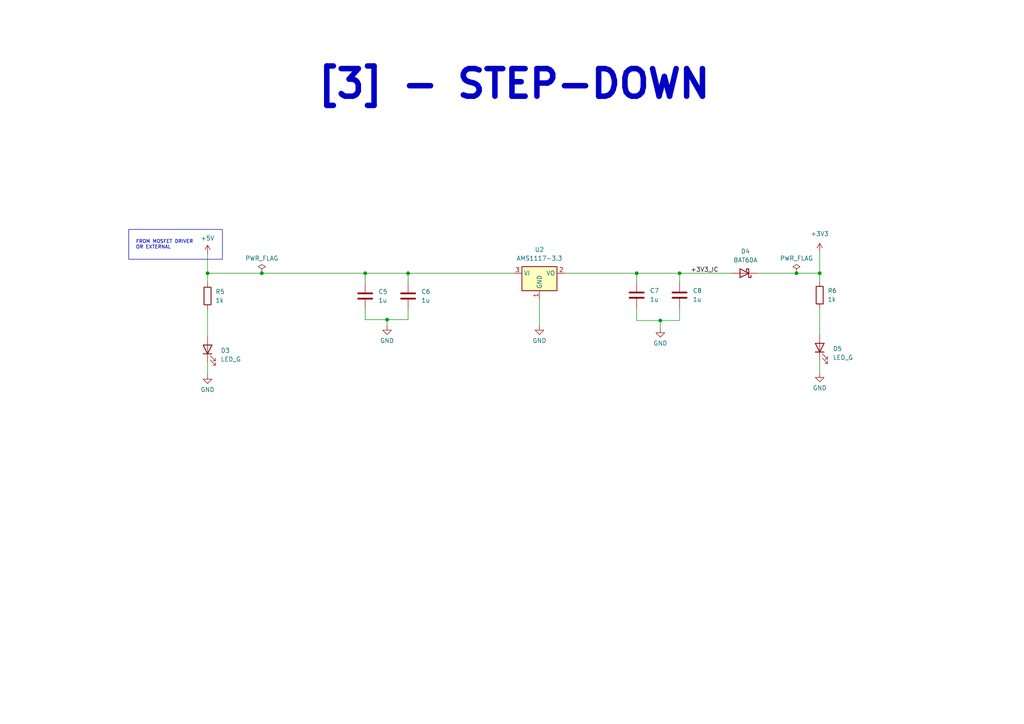
<source format=kicad_sch>
(kicad_sch (version 20230121) (generator eeschema)
  (paper "A4")
  (title_block (title "DF_ESC_rev01_1") (date "2024-01-14") (rev "rev01_1") (company "Ivan Mendez IMA Design") (comment 3 "i.mendezalon@hotmail.com") (comment 4 "Ivan Mendez"))
  (lib_symbols
    (symbol "Device:C" (pin_numbers hide) (pin_names (offset 0.254))
      (property "Reference" "C" (at 0.635 2.54 0))
      (property "Value" "C" (at 0.635 -2.54 0))
      (symbol "C_0_1"
        (polyline (pts (xy -2.032 -0.762) (xy 2.032 -0.762)) (stroke (width 0.508)))
        (polyline (pts (xy -2.032 0.762) (xy 2.032 0.762)) (stroke (width 0.508)))
      )
      (symbol "C_1_1"
        (pin passive line (at 0 3.81 270) (length 2.794) (name "~") (number "1"))
        (pin passive line (at 0 -3.81 90) (length 2.794) (name "~") (number "2"))
      )
    )
    (symbol "Device:LED" (pin_numbers hide) (pin_names (offset 1.016) hide)
      (property "Reference" "D" (at 0 2.54 0))
      (property "Value" "LED" (at 0 -2.54 0))
      (symbol "LED_0_1"
        (polyline (pts (xy -1.27 -1.27) (xy -1.27 1.27)) (stroke (width 0.254)))
        (polyline (pts (xy -1.27 0) (xy 1.27 0)))
        (polyline (pts (xy 1.27 -1.27) (xy 1.27 1.27) (xy -1.27 0) (xy 1.27 -1.27)) (stroke (width 0.254)))
        (polyline (pts (xy -3.048 -0.762) (xy -4.572 -2.286) (xy -3.81 -2.286) (xy -4.572 -2.286) (xy -4.572 -1.524)))
        (polyline (pts (xy -1.778 -0.762) (xy -3.302 -2.286) (xy -2.54 -2.286) (xy -3.302 -2.286) (xy -3.302 -1.524)))
      )
      (symbol "LED_1_1"
        (pin passive line (at -3.81 0 0) (length 2.54) (name "K") (number "1"))
        (pin passive line (at 3.81 0 180) (length 2.54) (name "A") (number "2"))
      )
    )
    (symbol "Device:R" (pin_numbers hide) (pin_names (offset 0))
      (property "Reference" "R" (at 2.032 0 90))
      (property "Value" "R" (at 0 0 90))
      (symbol "R_0_1"
        (rectangle (start -1.016 -2.54) (end 1.016 2.54) (stroke (width 0.254)))
      )
      (symbol "R_1_1"
        (pin passive line (at 0 3.81 270) (length 1.27) (name "~") (number "1"))
        (pin passive line (at 0 -3.81 90) (length 1.27) (name "~") (number "2"))
      )
    )
    (symbol "Diode:BAT60A" (pin_numbers hide) (pin_names (offset 1.016) hide)
      (property "Reference" "D" (at 0 2.54 0))
      (property "Value" "BAT60A" (at 0 -2.54 0))
      (symbol "BAT60A_0_1"
        (polyline (pts (xy 1.27 0) (xy -1.27 0)))
        (polyline (pts (xy 1.27 1.27) (xy 1.27 -1.27) (xy -1.27 0) (xy 1.27 1.27)) (stroke (width 0.254)))
        (polyline (pts (xy -1.905 0.635) (xy -1.905 1.27) (xy -1.27 1.27) (xy -1.27 -1.27) (xy -0.635 -1.27) (xy -0.635 -0.635)) (stroke (width 0.254)))
      )
      (symbol "BAT60A_1_1"
        (pin passive line (at -3.81 0 0) (length 2.54) (name "K") (number "1"))
        (pin passive line (at 3.81 0 180) (length 2.54) (name "A") (number "2"))
      )
    )
    (symbol "Regulator_Linear:AMS1117-3.3"
      (property "Reference" "U" (at -3.81 3.175 0))
      (property "Value" "AMS1117-3.3" (at 0 3.175 0))
      (symbol "AMS1117-3.3_0_1"
        (rectangle (start -5.08 -5.08) (end 5.08 1.905) (stroke (width 0.254)) (fill (type background)))
      )
      (symbol "AMS1117-3.3_1_1"
        (pin power_in line (at 0 -7.62 90) (length 2.54) (name "GND") (number "1"))
        (pin power_out line (at 7.62 0 180) (length 2.54) (name "VO") (number "2"))
        (pin power_in line (at -7.62 0 0) (length 2.54) (name "VI") (number "3"))
      )
    )
    (symbol "power:+3V3" (power) (pin_names (offset 0))
      (property "Value" "+3V3" (at 0 3.556 0))
      (symbol "+3V3_0_1"
        (polyline (pts (xy -0.762 1.27) (xy 0 2.54)))
        (polyline (pts (xy 0 0) (xy 0 2.54)))
        (polyline (pts (xy 0 2.54) (xy 0.762 1.27)))
      )
      (symbol "+3V3_1_1"
        (pin power_in line (at 0 0 90) (length 0) hide (name "+3V3") (number "1"))
      )
    )
    (symbol "power:+5V" (power) (pin_names (offset 0))
      (property "Value" "+5V" (at 0 3.556 0))
      (symbol "+5V_0_1"
        (polyline (pts (xy -0.762 1.27) (xy 0 2.54)))
        (polyline (pts (xy 0 0) (xy 0 2.54)))
        (polyline (pts (xy 0 2.54) (xy 0.762 1.27)))
      )
      (symbol "+5V_1_1"
        (pin power_in line (at 0 0 90) (length 0) hide (name "+5V") (number "1"))
      )
    )
    (symbol "power:GND" (power) (pin_names (offset 0))
      (property "Value" "GND" (at 0 -3.81 0))
      (symbol "GND_0_1"
        (polyline (pts (xy 0 0) (xy 0 -1.27) (xy 1.27 -1.27) (xy 0 -2.54) (xy -1.27 -1.27) (xy 0 -1.27)))
      )
      (symbol "GND_1_1"
        (pin power_in line (at 0 0 270) (length 0) hide (name "GND") (number "1"))
      )
    )
    (symbol "power:PWR_FLAG" (power) (pin_numbers hide) (pin_names (offset 0) hide)
      (property "Value" "PWR_FLAG" (at 0 3.81 0))
      (symbol "PWR_FLAG_0_0"
        (pin power_out line (at 0 0 90) (length 0) (name "pwr") (number "1"))
      )
      (symbol "PWR_FLAG_0_1"
        (polyline (pts (xy 0 0) (xy 0 1.27) (xy -1.016 1.905) (xy 0 2.54) (xy 1.016 1.905) (xy 0 1.27)))
      )
    )
  )
  (junction (at 191.516 92.964))
  (junction (at 184.658 79.248))
  (junction (at 60.198 79.248))
  (junction (at 197.104 79.248))
  (junction (at 231.013 79.248))
  (junction (at 237.744 79.248))
  (junction (at 118.364 79.248))
  (junction (at 112.268 92.71))
  (junction (at 75.946 79.248))
  (junction (at 105.918 79.248))
  (wire (pts (xy 118.364 79.248) (xy 118.364 82.042)))
  (wire (pts (xy 184.658 92.964) (xy 191.516 92.964)))
  (wire (pts (xy 112.268 92.71) (xy 112.268 94.488)))
  (wire (pts (xy 60.198 89.662) (xy 60.198 97.536)))
  (wire (pts (xy 118.364 92.71) (xy 118.364 89.662)))
  (wire (pts (xy 184.658 89.408) (xy 184.658 92.964)))
  (wire (pts (xy 184.658 79.248) (xy 184.658 81.788)))
  (wire (pts (xy 237.744 79.248) (xy 237.744 73.152)))
  (wire (pts (xy 60.198 79.248) (xy 75.946 79.248)))
  (wire (pts (xy 112.268 92.71) (xy 118.364 92.71)))
  (wire (pts (xy 60.198 79.248) (xy 60.198 73.66)))
  (wire (pts (xy 197.104 89.408) (xy 197.104 92.964)))
  (wire (pts (xy 105.918 89.662) (xy 105.918 92.71)))
  (wire (pts (xy 191.516 92.964) (xy 191.516 95.25)))
  (wire (pts (xy 118.364 79.248) (xy 148.844 79.248)))
  (wire (pts (xy 237.744 104.648) (xy 237.744 108.204)))
  (wire (pts (xy 118.364 79.248) (xy 105.918 79.248)))
  (wire (pts (xy 184.658 79.248) (xy 197.104 79.248)))
  (wire (pts (xy 75.946 79.248) (xy 105.918 79.248)))
  (wire (pts (xy 60.198 105.156) (xy 60.198 108.712)))
  (wire (pts (xy 164.084 79.248) (xy 184.658 79.248)))
  (wire (pts (xy 231.013 79.248) (xy 237.744 79.248)))
  (wire (pts (xy 197.104 79.248) (xy 212.09 79.248)))
  (wire (pts (xy 60.198 79.248) (xy 60.198 82.042)))
  (wire (pts (xy 105.918 92.71) (xy 112.268 92.71)))
  (wire (pts (xy 191.516 92.964) (xy 197.104 92.964)))
  (wire (pts (xy 219.71 79.248) (xy 231.013 79.248)))
  (wire (pts (xy 105.918 79.248) (xy 105.918 82.042)))
  (wire (pts (xy 237.744 89.408) (xy 237.744 97.028)))
  (wire (pts (xy 197.104 79.248) (xy 197.104 81.788)))
  (wire (pts (xy 237.744 79.248) (xy 237.744 81.788)))
  (wire (pts (xy 156.464 86.868) (xy 156.464 94.488)))
  (rectangle (start 37.338 66.548) (end 64.516 75.184))
  (text "[3] - STEP-DOWN" (at 91.44 29.21 0) (effects (font (size 8 8) (thickness 1.6) bold) (justify left bottom)))
  (text "FROM MOSFET DRIVER \nOR EXTERNAL" (at 39.37 72.39 0) (effects (font (size 1 1)) (justify left bottom)))
  (label "+3V3_IC" (at 200.279 79.248 0))
  (symbol (lib_id "power:GND") (at 156.464 94.488 0) (unit 1)
    (property "Reference" "#PWR013" (effects hide))
    (property "Value" "GND" (at 156.464 98.806 0))
  )
  (symbol (lib_id "Device:C") (at 197.104 85.598 0) (unit 1)
    (property "Reference" "C8" (at 200.914 84.328 0) (effects (justify left)))
    (property "Value" "1u" (at 200.914 86.868 0) (effects (justify left)))
    (property "Footprint" "Capacitor_SMD:C_0603_1608Metric_Pad1.08x0.95mm_HandSolder" (effects hide))
  )
  (symbol (lib_id "power:PWR_FLAG") (at 75.946 79.248 0) (unit 1)
    (property "Reference" "#FLG01" (effects hide))
    (property "Value" "PWR_FLAG" (at 75.946 74.93 0))
  )
  (symbol (lib_id "power:GND") (at 112.268 94.488 0) (unit 1)
    (property "Reference" "#PWR012" (effects hide))
    (property "Value" "GND" (at 112.268 98.806 0))
  )
  (symbol (lib_id "power:GND") (at 191.516 95.25 0) (unit 1)
    (property "Reference" "#PWR014" (effects hide))
    (property "Value" "GND" (at 191.516 99.568 0))
  )
  (symbol (lib_id "power:GND") (at 60.198 108.712 0) (unit 1)
    (property "Reference" "#PWR011" (effects hide))
    (property "Value" "GND" (at 60.198 113.03 0))
  )
  (symbol (lib_id "Device:R") (at 60.198 85.852 0) (unit 1)
    (property "Reference" "R5" (at 62.484 84.582 0) (effects (justify left)))
    (property "Value" "1k" (at 62.484 87.122 0) (effects (justify left)))
    (property "Footprint" "Resistor_SMD:R_0603_1608Metric_Pad0.98x0.95mm_HandSolder" (effects hide))
  )
  (symbol (lib_id "Regulator_Linear:AMS1117-3.3") (at 156.464 79.248 0) (unit 1)
    (property "Reference" "U2" (at 156.464 72.39 0))
    (property "Value" "AMS1117-3.3" (at 156.464 74.93 0))
    (property "Footprint" "Package_TO_SOT_SMD:SOT-223-3_TabPin2" (effects hide))
    (property "Datasheet" "http://www.advanced-monolithic.com/pdf/ds1117.pdf" (effects hide))
  )
  (symbol (lib_id "power:GND") (at 237.744 108.204 0) (unit 1)
    (property "Reference" "#PWR016" (effects hide))
    (property "Value" "GND" (at 237.744 112.522 0))
  )
  (symbol (lib_id "power:PWR_FLAG") (at 231.013 79.248 0) (unit 1)
    (property "Reference" "#FLG02" (effects hide))
    (property "Value" "PWR_FLAG" (at 231.013 74.93 0))
  )
  (symbol (lib_id "power:+3V3") (at 237.744 73.152 0) (unit 1)
    (property "Reference" "#PWR015" (effects hide))
    (property "Value" "+3V3" (at 237.744 67.818 0))
  )
  (symbol (lib_id "Device:C") (at 184.658 85.598 0) (unit 1)
    (property "Reference" "C7" (at 188.468 84.328 0) (effects (justify left)))
    (property "Value" "1u" (at 188.468 86.868 0) (effects (justify left)))
    (property "Footprint" "Capacitor_SMD:C_0603_1608Metric_Pad1.08x0.95mm_HandSolder" (effects hide))
  )
  (symbol (lib_id "Diode:BAT60A") (at 215.9 79.248 180) (unit 1)
    (property "Reference" "D4" (at 216.2175 72.898 0))
    (property "Value" "BAT60A" (at 216.2175 75.438 0))
    (property "Footprint" "Diode_SMD:D_SOD-323" (effects hide))
    (property "Datasheet" "https://www.infineon.com/dgdl/Infineon-BAT60ASERIES-DS-v01_01-en.pdf?fileId=db3a304313d846880113def70c9304a9" (effects hide))
  )
  (symbol (lib_id "Device:R") (at 237.744 85.598 0) (unit 1)
    (property "Reference" "R6" (at 240.03 84.328 0) (effects (justify left)))
    (property "Value" "1k" (at 240.03 86.868 0) (effects (justify left)))
    (property "Footprint" "Resistor_SMD:R_0603_1608Metric_Pad0.98x0.95mm_HandSolder" (effects hide))
  )
  (symbol (lib_id "Device:C") (at 118.364 85.852 0) (unit 1)
    (property "Reference" "C6" (at 122.174 84.582 0) (effects (justify left)))
    (property "Value" "1u" (at 122.174 87.122 0) (effects (justify left)))
    (property "Footprint" "Capacitor_SMD:C_0603_1608Metric_Pad1.08x0.95mm_HandSolder" (effects hide))
  )
  (symbol (lib_id "power:+5V") (at 60.198 73.66 0) (unit 1)
    (property "Reference" "#PWR010" (effects hide))
    (property "Value" "+5V" (at 60.198 69.088 0))
  )
  (symbol (lib_id "Device:LED") (at 237.744 100.838 90) (unit 1)
    (property "Reference" "D5" (at 241.554 101.1555 90) (effects (justify right)))
    (property "Value" "LED_G" (at 241.554 103.6955 90) (effects (justify right)))
    (property "Footprint" "LED_SMD:LED_1206_3216Metric_Pad1.42x1.75mm_HandSolder" (effects hide))
  )
  (symbol (lib_id "Device:LED") (at 60.198 101.346 90) (unit 1)
    (property "Reference" "D3" (at 64.008 101.6635 90) (effects (justify right)))
    (property "Value" "LED_G" (at 64.008 104.2035 90) (effects (justify right)))
    (property "Footprint" "LED_SMD:LED_1206_3216Metric_Pad1.42x1.75mm_HandSolder" (effects hide))
  )
  (symbol (lib_id "Device:C") (at 105.918 85.852 0) (unit 1)
    (property "Reference" "C5" (at 109.728 84.582 0) (effects (justify left)))
    (property "Value" "1u" (at 109.728 87.122 0) (effects (justify left)))
    (property "Footprint" "Capacitor_SMD:C_0603_1608Metric_Pad1.08x0.95mm_HandSolder" (effects hide))
  )
)
</source>
